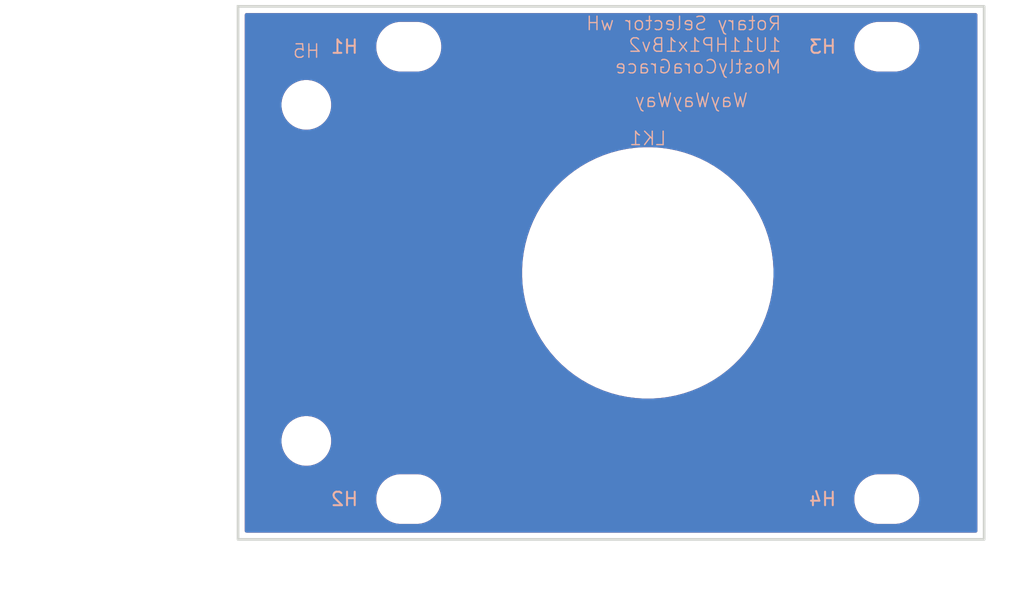
<source format=kicad_pcb>
(kicad_pcb (version 20241229) (generator "pcbnew") (generator_version "9.0")
  (layers (0 "F.Cu" signal) (2 "B.Cu" signal) (13 "F.Paste" user) (15 "B.Paste" user) (5 "F.SilkS" user "F.Silkscreen") (7 "B.SilkS" user "B.Silkscreen") (1 "F.Mask" user) (3 "B.Mask" user) (25 "Edge.Cuts" user))
  (net 0 "")
  (footprint "EXC:Handle_1UM3P25_A" (layer "F.Cu") (at 5.08 9.75)
    (property "Reference" "H5" (at 0 -4 0) (layer "B.SilkS") (effects (font (thickness 0.1)) (justify mirror)))
    (property "Value" "Handle_1UM3P25_PanelMount_A")
    (pad "" np_thru_hole circle (at 0 0) (size 3.2 3.2) (drill 3.2) (layers "*.Cu" "*.Mask"))
    (pad "" np_thru_hole circle (at 0 25) (size 3.2 3.2) (drill 3.2) (layers "*.Cu" "*.Mask"))
  )
  (footprint "EXC:MountingHole_3.2mm_M3" (layer "F.Cu") (at 48.26 5.425)
    (property "Reference" "H3" (at -3.683 0 0) (layer "B.SilkS") (effects (justify left mirror)))
    (property "Value" "Eurorack_M3_MountingHole")
    (pad "" np_thru_hole oval (at 0 0) (size 4.34 3.2) (drill oval 4.34 3.2) (layers "*.Cu" "*.Mask"))
  )
  (footprint "EXC:MountingHole_3.2mm_M3" (layer "F.Cu") (at 12.7 5.425)
    (property "Reference" "H1" (at -3.683 0 0) (layer "B.SilkS") (effects (justify left mirror)))
    (property "Value" "Eurorack_M3_MountingHole")
    (pad "" np_thru_hole oval (at 0 0) (size 4.34 3.2) (drill oval 4.34 3.2) (layers "*.Cu" "*.Mask"))
  )
  (footprint "EXC:MountingHole_3.2mm_M3" (layer "F.Cu") (at 48.26 39.075)
    (property "Reference" "H4" (at -3.683 0 0) (layer "B.SilkS") (effects (justify left mirror)))
    (property "Value" "Eurorack_M3_MountingHole")
    (pad "" np_thru_hole oval (at 0 0) (size 4.34 3.2) (drill oval 4.34 3.2) (layers "*.Cu" "*.Mask"))
  )
  (footprint "EXC:Knob_Large_20mm" (layer "F.Cu") (at 30.48 22.25)
    (property "Reference" "LK1" (at 0 -10 0) (layer "B.SilkS") (effects (font (thickness 0.1)) (justify mirror)))
    (property "Value" "20mm Large Knob")
    (pad "" np_thru_hole circle (at 0 0) (size 18.2 18.2) (drill 18.2) (layers "*.Cu" "*.Mask"))
  )
  (footprint "EXC:MountingHole_3.2mm_M3" (layer "F.Cu") (at 12.7 39.075)
    (property "Reference" "H2" (at -3.683 0 0) (layer "B.SilkS") (effects (justify left mirror)))
    (property "Value" "Eurorack_M3_MountingHole")
    (pad "" np_thru_hole oval (at 0 0) (size 4.34 3.2) (drill oval 4.34 3.2) (layers "*.Cu" "*.Mask"))
  )
  (gr_rect (start 0 2.425) (end 55.5 42.075) (stroke (width 0.2)) (fill no) (layer "Edge.Cuts"))
  (gr_text "Rotary Selector wH\n1U11HP1x1Bv2\nMostlyCoraGrace" (at 40.48 7.5 0) (layer "B.SilkS") (effects (font (size 1 1) (thickness 0.1)) (justify left bottom mirror)))
  (gr_text "WayWayWay" (at 38 10 0) (layer "B.SilkS") (effects (font (size 1 1) (thickness 0.1)) (justify left bottom mirror)))
  (zone (net 0) (net_name "") (layers "F.Cu" "B.Cu") (connect_pads (clearance 0.5)) (min_thickness 0.25) (fill yes (thermal_gap 0.5) (thermal_bridge_width 0.5) (island_removal_mode 1) (island_area_min 10))
    (polygon (pts (xy 0 2.425) (xy 55.5 2.425) (xy 55.5 42.075) (xy 0 42.075)))
  )
)
</source>
